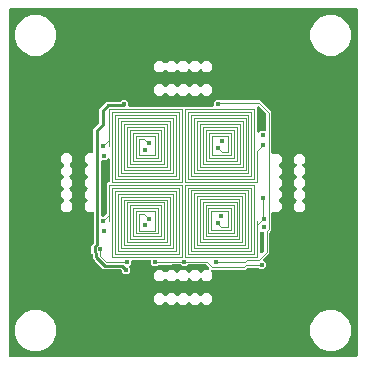
<source format=gbr>
G04 EAGLE Gerber X2 export*
%TF.Part,Single*%
%TF.FileFunction,Copper,L1,Top,Mixed*%
%TF.FilePolarity,Positive*%
%TF.GenerationSoftware,Autodesk,EAGLE,9.0.1*%
%TF.CreationDate,2018-12-20T16:05:16Z*%
G75*
%MOMM*%
%FSLAX34Y34*%
%LPD*%
%AMOC8*
5,1,8,0,0,1.08239X$1,22.5*%
G01*
%ADD10C,0.125000*%
%ADD11C,0.450000*%
%ADD12C,0.400000*%
%ADD13C,0.250000*%

G36*
X146589Y-147697D02*
X146589Y-147697D01*
X146714Y-147688D01*
X146745Y-147677D01*
X146777Y-147673D01*
X146894Y-147627D01*
X147013Y-147586D01*
X147040Y-147568D01*
X147070Y-147556D01*
X147171Y-147482D01*
X147277Y-147413D01*
X147298Y-147389D01*
X147324Y-147370D01*
X147404Y-147272D01*
X147488Y-147179D01*
X147503Y-147150D01*
X147524Y-147125D01*
X147577Y-147011D01*
X147635Y-146900D01*
X147639Y-146874D01*
X147656Y-146839D01*
X147712Y-146528D01*
X147709Y-146489D01*
X147713Y-146464D01*
X147713Y146464D01*
X147697Y146589D01*
X147688Y146714D01*
X147677Y146745D01*
X147673Y146777D01*
X147627Y146894D01*
X147586Y147013D01*
X147568Y147040D01*
X147556Y147070D01*
X147482Y147171D01*
X147413Y147277D01*
X147389Y147298D01*
X147370Y147324D01*
X147272Y147404D01*
X147179Y147488D01*
X147150Y147503D01*
X147125Y147524D01*
X147011Y147577D01*
X146900Y147635D01*
X146874Y147639D01*
X146839Y147656D01*
X146528Y147712D01*
X146489Y147709D01*
X146464Y147713D01*
X-146464Y147713D01*
X-146589Y147697D01*
X-146714Y147688D01*
X-146745Y147677D01*
X-146777Y147673D01*
X-146894Y147627D01*
X-147013Y147586D01*
X-147040Y147568D01*
X-147070Y147556D01*
X-147171Y147482D01*
X-147277Y147413D01*
X-147298Y147389D01*
X-147324Y147370D01*
X-147404Y147272D01*
X-147488Y147179D01*
X-147503Y147150D01*
X-147524Y147125D01*
X-147577Y147011D01*
X-147635Y146900D01*
X-147639Y146874D01*
X-147656Y146839D01*
X-147712Y146528D01*
X-147709Y146489D01*
X-147713Y146464D01*
X-147713Y-146464D01*
X-147697Y-146589D01*
X-147688Y-146714D01*
X-147677Y-146745D01*
X-147673Y-146777D01*
X-147627Y-146894D01*
X-147586Y-147013D01*
X-147568Y-147040D01*
X-147556Y-147070D01*
X-147482Y-147171D01*
X-147413Y-147277D01*
X-147389Y-147298D01*
X-147370Y-147324D01*
X-147272Y-147404D01*
X-147179Y-147488D01*
X-147150Y-147503D01*
X-147125Y-147524D01*
X-147011Y-147577D01*
X-146900Y-147635D01*
X-146874Y-147639D01*
X-146839Y-147656D01*
X-146528Y-147712D01*
X-146489Y-147709D01*
X-146464Y-147713D01*
X146464Y-147713D01*
X146589Y-147697D01*
G37*
%LPC*%
G36*
X-21983Y-83287D02*
X-21983Y-83287D01*
X-24787Y-80483D01*
X-24787Y-76517D01*
X-21983Y-73713D01*
X-18017Y-73713D01*
X-15883Y-75847D01*
X-15784Y-75924D01*
X-15688Y-76006D01*
X-15659Y-76021D01*
X-15634Y-76040D01*
X-15518Y-76090D01*
X-15405Y-76146D01*
X-15374Y-76152D01*
X-15344Y-76165D01*
X-15219Y-76184D01*
X-15096Y-76209D01*
X-15064Y-76208D01*
X-15032Y-76213D01*
X-14907Y-76200D01*
X-14781Y-76194D01*
X-14750Y-76184D01*
X-14718Y-76181D01*
X-14600Y-76137D01*
X-14480Y-76100D01*
X-14459Y-76085D01*
X-14422Y-76071D01*
X-14163Y-75891D01*
X-14138Y-75862D01*
X-14117Y-75847D01*
X-11983Y-73713D01*
X-8017Y-73713D01*
X-5883Y-75847D01*
X-5784Y-75924D01*
X-5688Y-76006D01*
X-5659Y-76021D01*
X-5634Y-76040D01*
X-5518Y-76090D01*
X-5405Y-76146D01*
X-5374Y-76152D01*
X-5344Y-76165D01*
X-5219Y-76184D01*
X-5096Y-76209D01*
X-5064Y-76208D01*
X-5032Y-76213D01*
X-4907Y-76200D01*
X-4781Y-76194D01*
X-4750Y-76184D01*
X-4718Y-76181D01*
X-4600Y-76137D01*
X-4480Y-76100D01*
X-4459Y-76085D01*
X-4422Y-76071D01*
X-4163Y-75891D01*
X-4138Y-75862D01*
X-4117Y-75847D01*
X-1983Y-73713D01*
X1983Y-73713D01*
X4117Y-75847D01*
X4216Y-75924D01*
X4312Y-76006D01*
X4341Y-76021D01*
X4366Y-76040D01*
X4482Y-76090D01*
X4595Y-76146D01*
X4626Y-76152D01*
X4656Y-76165D01*
X4781Y-76184D01*
X4904Y-76209D01*
X4936Y-76208D01*
X4968Y-76213D01*
X5093Y-76200D01*
X5219Y-76194D01*
X5250Y-76184D01*
X5282Y-76181D01*
X5400Y-76137D01*
X5520Y-76100D01*
X5541Y-76085D01*
X5578Y-76071D01*
X5837Y-75891D01*
X5862Y-75862D01*
X5883Y-75847D01*
X8017Y-73713D01*
X11983Y-73713D01*
X14117Y-75847D01*
X14216Y-75924D01*
X14312Y-76006D01*
X14341Y-76021D01*
X14366Y-76040D01*
X14482Y-76090D01*
X14595Y-76146D01*
X14626Y-76152D01*
X14656Y-76165D01*
X14781Y-76184D01*
X14904Y-76209D01*
X14936Y-76208D01*
X14968Y-76213D01*
X15093Y-76200D01*
X15219Y-76194D01*
X15250Y-76184D01*
X15282Y-76181D01*
X15400Y-76137D01*
X15520Y-76100D01*
X15541Y-76085D01*
X15578Y-76071D01*
X15837Y-75891D01*
X15862Y-75862D01*
X15883Y-75847D01*
X18017Y-73713D01*
X20791Y-73713D01*
X20931Y-73695D01*
X21073Y-73681D01*
X21088Y-73675D01*
X21104Y-73673D01*
X21236Y-73621D01*
X21369Y-73572D01*
X21382Y-73562D01*
X21397Y-73556D01*
X21512Y-73472D01*
X21628Y-73392D01*
X21638Y-73379D01*
X21651Y-73370D01*
X21741Y-73260D01*
X21834Y-73152D01*
X21841Y-73138D01*
X21851Y-73125D01*
X21910Y-72996D01*
X21973Y-72869D01*
X21976Y-72853D01*
X21983Y-72839D01*
X22008Y-72699D01*
X22037Y-72560D01*
X22036Y-72544D01*
X22039Y-72528D01*
X22028Y-72387D01*
X22021Y-72245D01*
X22016Y-72230D01*
X22015Y-72214D01*
X21969Y-72079D01*
X21927Y-71944D01*
X21919Y-71933D01*
X21913Y-71915D01*
X21740Y-71651D01*
X21696Y-71611D01*
X21674Y-71581D01*
X19487Y-69393D01*
X19400Y-69326D01*
X19319Y-69252D01*
X19276Y-69230D01*
X19238Y-69200D01*
X19136Y-69157D01*
X19039Y-69106D01*
X19002Y-69099D01*
X18948Y-69076D01*
X18636Y-69028D01*
X18617Y-69030D01*
X18604Y-69027D01*
X4243Y-69027D01*
X4134Y-69041D01*
X4024Y-69047D01*
X3977Y-69061D01*
X3930Y-69067D01*
X3827Y-69108D01*
X3723Y-69141D01*
X3692Y-69162D01*
X3637Y-69184D01*
X3382Y-69371D01*
X3370Y-69386D01*
X3359Y-69393D01*
X2350Y-70402D01*
X-550Y-70402D01*
X-1559Y-69393D01*
X-1646Y-69326D01*
X-1728Y-69252D01*
X-1770Y-69230D01*
X-1809Y-69200D01*
X-1910Y-69157D01*
X-2007Y-69106D01*
X-2044Y-69099D01*
X-2099Y-69076D01*
X-2410Y-69028D01*
X-2430Y-69030D01*
X-2443Y-69027D01*
X-8802Y-69027D01*
X-8911Y-69041D01*
X-9021Y-69047D01*
X-9067Y-69061D01*
X-9115Y-69067D01*
X-9217Y-69108D01*
X-9322Y-69141D01*
X-9353Y-69162D01*
X-9408Y-69184D01*
X-9611Y-69333D01*
X-20632Y-69333D01*
X-20741Y-69347D01*
X-20851Y-69352D01*
X-20898Y-69367D01*
X-20945Y-69373D01*
X-21048Y-69414D01*
X-21152Y-69446D01*
X-21183Y-69468D01*
X-21238Y-69490D01*
X-21493Y-69676D01*
X-21505Y-69691D01*
X-21516Y-69699D01*
X-22525Y-70708D01*
X-25425Y-70708D01*
X-27476Y-68657D01*
X-27476Y-66282D01*
X-27492Y-66157D01*
X-27501Y-66032D01*
X-27512Y-66001D01*
X-27516Y-65969D01*
X-27562Y-65852D01*
X-27603Y-65733D01*
X-27621Y-65706D01*
X-27633Y-65676D01*
X-27707Y-65575D01*
X-27776Y-65470D01*
X-27800Y-65448D01*
X-27819Y-65422D01*
X-27917Y-65342D01*
X-28010Y-65258D01*
X-28039Y-65243D01*
X-28064Y-65222D01*
X-28178Y-65170D01*
X-28289Y-65111D01*
X-28315Y-65107D01*
X-28350Y-65090D01*
X-28661Y-65035D01*
X-28700Y-65037D01*
X-28725Y-65033D01*
X-42550Y-65033D01*
X-42675Y-65049D01*
X-42800Y-65058D01*
X-42831Y-65069D01*
X-42863Y-65073D01*
X-42980Y-65119D01*
X-43099Y-65160D01*
X-43126Y-65178D01*
X-43156Y-65190D01*
X-43257Y-65264D01*
X-43363Y-65333D01*
X-43384Y-65357D01*
X-43410Y-65376D01*
X-43490Y-65474D01*
X-43574Y-65567D01*
X-43589Y-65596D01*
X-43610Y-65621D01*
X-43663Y-65735D01*
X-43721Y-65847D01*
X-43725Y-65872D01*
X-43742Y-65907D01*
X-43798Y-66218D01*
X-43795Y-66257D01*
X-43799Y-66282D01*
X-43799Y-68550D01*
X-45316Y-70067D01*
X-45393Y-70166D01*
X-45475Y-70262D01*
X-45489Y-70291D01*
X-45509Y-70316D01*
X-45559Y-70432D01*
X-45614Y-70545D01*
X-45621Y-70576D01*
X-45633Y-70606D01*
X-45653Y-70731D01*
X-45678Y-70854D01*
X-45676Y-70886D01*
X-45681Y-70918D01*
X-45669Y-71043D01*
X-45662Y-71169D01*
X-45653Y-71200D01*
X-45650Y-71232D01*
X-45606Y-71350D01*
X-45568Y-71470D01*
X-45554Y-71491D01*
X-45540Y-71528D01*
X-45360Y-71787D01*
X-45331Y-71812D01*
X-45316Y-71833D01*
X-44899Y-72250D01*
X-44899Y-75150D01*
X-46950Y-77201D01*
X-49850Y-77201D01*
X-51901Y-75150D01*
X-51901Y-74607D01*
X-51915Y-74498D01*
X-51920Y-74388D01*
X-51934Y-74342D01*
X-51941Y-74294D01*
X-51981Y-74192D01*
X-52014Y-74087D01*
X-52036Y-74056D01*
X-52058Y-74001D01*
X-52244Y-73746D01*
X-52259Y-73734D01*
X-52267Y-73723D01*
X-52699Y-73292D01*
X-52785Y-73225D01*
X-52867Y-73151D01*
X-52910Y-73128D01*
X-52948Y-73098D01*
X-53049Y-73055D01*
X-53146Y-73004D01*
X-53183Y-72997D01*
X-53238Y-72974D01*
X-53550Y-72926D01*
X-53569Y-72928D01*
X-53582Y-72926D01*
X-67637Y-72926D01*
X-74723Y-65840D01*
X-74724Y-65840D01*
X-76701Y-63862D01*
X-76701Y-60924D01*
X-76715Y-60815D01*
X-76720Y-60706D01*
X-76734Y-60659D01*
X-76741Y-60611D01*
X-76781Y-60509D01*
X-76814Y-60404D01*
X-76836Y-60374D01*
X-76858Y-60318D01*
X-77044Y-60064D01*
X-77059Y-60052D01*
X-77067Y-60041D01*
X-77801Y-59307D01*
X-77801Y-53093D01*
X-75681Y-50973D01*
X-75613Y-50886D01*
X-75540Y-50805D01*
X-75517Y-50762D01*
X-75487Y-50723D01*
X-75444Y-50622D01*
X-75393Y-50525D01*
X-75386Y-50488D01*
X-75363Y-50434D01*
X-75315Y-50122D01*
X-75317Y-50103D01*
X-75315Y-50090D01*
X-75315Y-25936D01*
X-75331Y-25811D01*
X-75340Y-25686D01*
X-75351Y-25655D01*
X-75355Y-25623D01*
X-75401Y-25506D01*
X-75442Y-25387D01*
X-75460Y-25360D01*
X-75472Y-25330D01*
X-75546Y-25229D01*
X-75615Y-25123D01*
X-75639Y-25102D01*
X-75658Y-25076D01*
X-75756Y-24996D01*
X-75849Y-24912D01*
X-75878Y-24897D01*
X-75903Y-24876D01*
X-76017Y-24823D01*
X-76128Y-24765D01*
X-76154Y-24761D01*
X-76189Y-24744D01*
X-76500Y-24688D01*
X-76539Y-24691D01*
X-76564Y-24687D01*
X-80583Y-24687D01*
X-83387Y-21883D01*
X-83387Y-17917D01*
X-81253Y-15783D01*
X-81176Y-15684D01*
X-81094Y-15588D01*
X-81079Y-15559D01*
X-81060Y-15534D01*
X-81010Y-15418D01*
X-80954Y-15305D01*
X-80948Y-15274D01*
X-80935Y-15244D01*
X-80916Y-15119D01*
X-80891Y-14996D01*
X-80892Y-14964D01*
X-80887Y-14932D01*
X-80900Y-14807D01*
X-80906Y-14681D01*
X-80916Y-14650D01*
X-80919Y-14618D01*
X-80963Y-14500D01*
X-81000Y-14380D01*
X-81015Y-14359D01*
X-81029Y-14322D01*
X-81209Y-14063D01*
X-81238Y-14038D01*
X-81253Y-14017D01*
X-83387Y-11883D01*
X-83387Y-7917D01*
X-81253Y-5783D01*
X-81176Y-5684D01*
X-81094Y-5588D01*
X-81079Y-5559D01*
X-81060Y-5534D01*
X-81010Y-5418D01*
X-80954Y-5305D01*
X-80948Y-5274D01*
X-80935Y-5244D01*
X-80916Y-5119D01*
X-80891Y-4996D01*
X-80892Y-4964D01*
X-80887Y-4932D01*
X-80900Y-4807D01*
X-80906Y-4681D01*
X-80916Y-4650D01*
X-80919Y-4618D01*
X-80963Y-4500D01*
X-81000Y-4380D01*
X-81015Y-4359D01*
X-81029Y-4322D01*
X-81209Y-4063D01*
X-81238Y-4038D01*
X-81253Y-4017D01*
X-83387Y-1883D01*
X-83387Y2083D01*
X-81253Y4217D01*
X-81176Y4316D01*
X-81094Y4412D01*
X-81079Y4441D01*
X-81060Y4466D01*
X-81010Y4582D01*
X-80954Y4695D01*
X-80948Y4726D01*
X-80935Y4756D01*
X-80916Y4881D01*
X-80891Y5004D01*
X-80892Y5036D01*
X-80887Y5068D01*
X-80900Y5193D01*
X-80906Y5319D01*
X-80916Y5350D01*
X-80919Y5382D01*
X-80963Y5500D01*
X-81000Y5620D01*
X-81015Y5641D01*
X-81029Y5678D01*
X-81209Y5937D01*
X-81238Y5962D01*
X-81253Y5983D01*
X-83387Y8117D01*
X-83387Y12083D01*
X-81253Y14217D01*
X-81176Y14316D01*
X-81094Y14412D01*
X-81079Y14441D01*
X-81060Y14466D01*
X-81010Y14582D01*
X-80954Y14695D01*
X-80948Y14726D01*
X-80935Y14756D01*
X-80916Y14881D01*
X-80891Y15004D01*
X-80892Y15036D01*
X-80887Y15068D01*
X-80900Y15193D01*
X-80906Y15319D01*
X-80916Y15350D01*
X-80919Y15382D01*
X-80963Y15500D01*
X-81000Y15620D01*
X-81015Y15641D01*
X-81029Y15678D01*
X-81209Y15937D01*
X-81238Y15962D01*
X-81253Y15983D01*
X-83387Y18117D01*
X-83387Y22083D01*
X-80583Y24887D01*
X-77200Y24887D01*
X-77075Y24903D01*
X-76950Y24912D01*
X-76919Y24923D01*
X-76887Y24927D01*
X-76770Y24973D01*
X-76651Y25014D01*
X-76624Y25032D01*
X-76594Y25044D01*
X-76493Y25118D01*
X-76387Y25187D01*
X-76366Y25211D01*
X-76340Y25230D01*
X-76260Y25328D01*
X-76176Y25421D01*
X-76161Y25450D01*
X-76140Y25475D01*
X-76087Y25589D01*
X-76029Y25700D01*
X-76025Y25726D01*
X-76008Y25761D01*
X-75952Y26072D01*
X-75955Y26111D01*
X-75951Y26136D01*
X-75951Y45425D01*
X-71302Y50074D01*
X-71235Y50160D01*
X-71161Y50242D01*
X-71139Y50285D01*
X-71109Y50323D01*
X-71066Y50424D01*
X-71015Y50521D01*
X-71008Y50558D01*
X-70985Y50613D01*
X-70937Y50925D01*
X-70939Y50944D01*
X-70936Y50957D01*
X-70936Y62328D01*
X-64995Y68269D01*
X-53700Y68269D01*
X-53591Y68282D01*
X-53481Y68288D01*
X-53435Y68302D01*
X-53387Y68308D01*
X-53285Y68349D01*
X-53180Y68382D01*
X-53149Y68403D01*
X-53094Y68425D01*
X-52839Y68612D01*
X-52827Y68627D01*
X-52816Y68635D01*
X-51450Y70001D01*
X-48550Y70001D01*
X-46499Y67950D01*
X-46499Y65518D01*
X-46483Y65393D01*
X-46474Y65267D01*
X-46463Y65237D01*
X-46459Y65205D01*
X-46413Y65088D01*
X-46372Y64969D01*
X-46354Y64942D01*
X-46342Y64912D01*
X-46268Y64810D01*
X-46199Y64705D01*
X-46175Y64683D01*
X-46156Y64657D01*
X-46058Y64578D01*
X-45965Y64493D01*
X-45936Y64478D01*
X-45911Y64458D01*
X-45797Y64405D01*
X-45686Y64347D01*
X-45660Y64342D01*
X-45625Y64326D01*
X-45314Y64270D01*
X-45275Y64273D01*
X-45250Y64269D01*
X46Y64269D01*
X155Y64282D01*
X264Y64288D01*
X311Y64302D01*
X359Y64308D01*
X420Y64333D01*
X24450Y64333D01*
X24575Y64349D01*
X24700Y64358D01*
X24731Y64369D01*
X24763Y64373D01*
X24880Y64419D01*
X24999Y64460D01*
X25026Y64478D01*
X25056Y64490D01*
X25157Y64564D01*
X25263Y64633D01*
X25284Y64657D01*
X25310Y64676D01*
X25390Y64774D01*
X25474Y64867D01*
X25489Y64896D01*
X25510Y64921D01*
X25563Y65035D01*
X25621Y65147D01*
X25625Y65172D01*
X25642Y65207D01*
X25698Y65518D01*
X25695Y65557D01*
X25699Y65582D01*
X25699Y68150D01*
X27750Y70201D01*
X30650Y70201D01*
X30684Y70167D01*
X30771Y70099D01*
X30853Y70026D01*
X30895Y70003D01*
X30934Y69973D01*
X31035Y69930D01*
X31132Y69879D01*
X31169Y69872D01*
X31224Y69849D01*
X31535Y69801D01*
X31555Y69803D01*
X31568Y69801D01*
X65006Y69801D01*
X66617Y68190D01*
X74661Y60146D01*
X74661Y25946D01*
X74679Y25805D01*
X74693Y25664D01*
X74699Y25649D01*
X74701Y25633D01*
X74753Y25501D01*
X74802Y25368D01*
X74812Y25355D01*
X74818Y25340D01*
X74902Y25225D01*
X74983Y25109D01*
X74995Y25099D01*
X75004Y25086D01*
X75115Y24996D01*
X75222Y24904D01*
X75236Y24896D01*
X75249Y24886D01*
X75378Y24827D01*
X75505Y24764D01*
X75521Y24761D01*
X75535Y24754D01*
X75675Y24729D01*
X75814Y24701D01*
X75830Y24701D01*
X75846Y24699D01*
X75987Y24709D01*
X76129Y24716D01*
X76144Y24721D01*
X76160Y24722D01*
X76295Y24768D01*
X76355Y24787D01*
X80483Y24787D01*
X83287Y21983D01*
X83287Y18017D01*
X81153Y15883D01*
X81076Y15784D01*
X80994Y15688D01*
X80979Y15659D01*
X80960Y15634D01*
X80910Y15518D01*
X80854Y15405D01*
X80848Y15374D01*
X80835Y15344D01*
X80816Y15219D01*
X80791Y15096D01*
X80792Y15064D01*
X80787Y15032D01*
X80800Y14907D01*
X80806Y14781D01*
X80816Y14750D01*
X80819Y14718D01*
X80863Y14600D01*
X80900Y14480D01*
X80915Y14459D01*
X80929Y14422D01*
X81109Y14163D01*
X81138Y14138D01*
X81153Y14117D01*
X83287Y11983D01*
X83287Y8017D01*
X81153Y5883D01*
X81076Y5784D01*
X80994Y5688D01*
X80979Y5659D01*
X80960Y5634D01*
X80910Y5518D01*
X80854Y5405D01*
X80848Y5374D01*
X80835Y5344D01*
X80816Y5219D01*
X80791Y5096D01*
X80792Y5064D01*
X80787Y5032D01*
X80800Y4907D01*
X80806Y4781D01*
X80816Y4750D01*
X80819Y4718D01*
X80863Y4600D01*
X80900Y4480D01*
X80915Y4459D01*
X80929Y4422D01*
X81109Y4163D01*
X81138Y4138D01*
X81153Y4117D01*
X83287Y1983D01*
X83287Y-1983D01*
X81153Y-4117D01*
X81076Y-4216D01*
X80994Y-4312D01*
X80979Y-4341D01*
X80960Y-4366D01*
X80910Y-4482D01*
X80854Y-4595D01*
X80848Y-4626D01*
X80835Y-4656D01*
X80816Y-4781D01*
X80791Y-4904D01*
X80792Y-4936D01*
X80787Y-4968D01*
X80800Y-5093D01*
X80806Y-5219D01*
X80816Y-5250D01*
X80819Y-5282D01*
X80863Y-5400D01*
X80900Y-5520D01*
X80915Y-5541D01*
X80929Y-5578D01*
X81109Y-5837D01*
X81138Y-5862D01*
X81153Y-5883D01*
X83287Y-8017D01*
X83287Y-11983D01*
X81153Y-14117D01*
X81076Y-14216D01*
X80994Y-14312D01*
X80979Y-14341D01*
X80960Y-14366D01*
X80910Y-14482D01*
X80854Y-14595D01*
X80848Y-14626D01*
X80835Y-14656D01*
X80816Y-14781D01*
X80791Y-14904D01*
X80792Y-14936D01*
X80787Y-14968D01*
X80800Y-15093D01*
X80806Y-15219D01*
X80816Y-15250D01*
X80819Y-15282D01*
X80863Y-15400D01*
X80900Y-15520D01*
X80915Y-15541D01*
X80929Y-15578D01*
X81109Y-15837D01*
X81138Y-15862D01*
X81153Y-15883D01*
X83287Y-18017D01*
X83287Y-21983D01*
X80483Y-24787D01*
X76355Y-24787D01*
X76285Y-24754D01*
X76269Y-24752D01*
X76254Y-24745D01*
X76113Y-24724D01*
X75974Y-24699D01*
X75958Y-24700D01*
X75942Y-24697D01*
X75801Y-24712D01*
X75660Y-24722D01*
X75644Y-24727D01*
X75628Y-24729D01*
X75496Y-24778D01*
X75361Y-24824D01*
X75347Y-24833D01*
X75332Y-24838D01*
X75216Y-24919D01*
X75097Y-24997D01*
X75087Y-25009D01*
X75073Y-25018D01*
X74981Y-25126D01*
X74886Y-25231D01*
X74878Y-25245D01*
X74868Y-25258D01*
X74805Y-25385D01*
X74739Y-25511D01*
X74737Y-25524D01*
X74728Y-25541D01*
X74664Y-25850D01*
X74667Y-25909D01*
X74661Y-25946D01*
X74661Y-40183D01*
X73437Y-41407D01*
X73369Y-41494D01*
X73296Y-41575D01*
X73273Y-41618D01*
X73243Y-41656D01*
X73200Y-41757D01*
X73149Y-41855D01*
X73142Y-41892D01*
X73119Y-41946D01*
X73071Y-42258D01*
X73073Y-42277D01*
X73071Y-42290D01*
X73071Y-59226D01*
X71460Y-60837D01*
X67807Y-64489D01*
X67730Y-64589D01*
X67648Y-64684D01*
X67633Y-64713D01*
X67614Y-64739D01*
X67564Y-64855D01*
X67508Y-64967D01*
X67502Y-64999D01*
X67489Y-65029D01*
X67470Y-65153D01*
X67445Y-65276D01*
X67446Y-65309D01*
X67441Y-65341D01*
X67454Y-65466D01*
X67460Y-65592D01*
X67470Y-65622D01*
X67473Y-65654D01*
X67517Y-65773D01*
X67554Y-65893D01*
X67569Y-65914D01*
X67583Y-65950D01*
X67763Y-66209D01*
X67792Y-66235D01*
X67807Y-66256D01*
X69801Y-68250D01*
X69801Y-71150D01*
X67750Y-73201D01*
X64850Y-73201D01*
X63841Y-72192D01*
X63754Y-72124D01*
X63672Y-72051D01*
X63630Y-72028D01*
X63591Y-71998D01*
X63490Y-71955D01*
X63393Y-71904D01*
X63356Y-71897D01*
X63301Y-71874D01*
X62990Y-71826D01*
X62970Y-71828D01*
X62957Y-71826D01*
X54976Y-71826D01*
X54867Y-71840D01*
X54758Y-71845D01*
X54711Y-71859D01*
X54663Y-71866D01*
X54561Y-71906D01*
X54456Y-71939D01*
X54426Y-71961D01*
X54370Y-71983D01*
X54116Y-72169D01*
X54104Y-72184D01*
X54093Y-72192D01*
X52659Y-73626D01*
X24911Y-73626D01*
X24771Y-73644D01*
X24629Y-73658D01*
X24614Y-73664D01*
X24598Y-73666D01*
X24467Y-73718D01*
X24333Y-73767D01*
X24320Y-73777D01*
X24305Y-73783D01*
X24191Y-73866D01*
X24074Y-73947D01*
X24064Y-73960D01*
X24051Y-73969D01*
X23961Y-74079D01*
X23869Y-74187D01*
X23861Y-74201D01*
X23851Y-74214D01*
X23792Y-74343D01*
X23729Y-74470D01*
X23726Y-74486D01*
X23719Y-74500D01*
X23694Y-74640D01*
X23666Y-74779D01*
X23666Y-74795D01*
X23664Y-74811D01*
X23674Y-74952D01*
X23681Y-75094D01*
X23686Y-75109D01*
X23687Y-75125D01*
X23733Y-75260D01*
X23775Y-75395D01*
X23783Y-75406D01*
X23789Y-75424D01*
X23962Y-75688D01*
X24006Y-75728D01*
X24028Y-75758D01*
X24787Y-76517D01*
X24787Y-80483D01*
X21983Y-83287D01*
X18017Y-83287D01*
X15883Y-81153D01*
X15784Y-81076D01*
X15688Y-80994D01*
X15659Y-80979D01*
X15634Y-80960D01*
X15518Y-80910D01*
X15405Y-80854D01*
X15374Y-80848D01*
X15344Y-80835D01*
X15219Y-80816D01*
X15096Y-80791D01*
X15064Y-80792D01*
X15032Y-80787D01*
X14907Y-80800D01*
X14781Y-80806D01*
X14750Y-80816D01*
X14718Y-80819D01*
X14600Y-80863D01*
X14480Y-80900D01*
X14459Y-80915D01*
X14422Y-80929D01*
X14163Y-81109D01*
X14138Y-81138D01*
X14117Y-81153D01*
X11983Y-83287D01*
X8017Y-83287D01*
X5883Y-81153D01*
X5784Y-81076D01*
X5688Y-80994D01*
X5659Y-80979D01*
X5634Y-80960D01*
X5518Y-80910D01*
X5405Y-80854D01*
X5374Y-80848D01*
X5344Y-80835D01*
X5219Y-80816D01*
X5096Y-80791D01*
X5064Y-80792D01*
X5032Y-80787D01*
X4907Y-80800D01*
X4781Y-80806D01*
X4750Y-80816D01*
X4718Y-80819D01*
X4600Y-80863D01*
X4480Y-80900D01*
X4459Y-80915D01*
X4422Y-80929D01*
X4163Y-81109D01*
X4138Y-81138D01*
X4117Y-81153D01*
X1983Y-83287D01*
X-1983Y-83287D01*
X-4117Y-81153D01*
X-4216Y-81076D01*
X-4312Y-80994D01*
X-4341Y-80979D01*
X-4366Y-80960D01*
X-4482Y-80910D01*
X-4595Y-80854D01*
X-4626Y-80848D01*
X-4656Y-80835D01*
X-4781Y-80816D01*
X-4904Y-80791D01*
X-4936Y-80792D01*
X-4968Y-80787D01*
X-5093Y-80800D01*
X-5219Y-80806D01*
X-5250Y-80816D01*
X-5282Y-80819D01*
X-5400Y-80863D01*
X-5520Y-80900D01*
X-5541Y-80915D01*
X-5578Y-80929D01*
X-5837Y-81109D01*
X-5862Y-81138D01*
X-5883Y-81153D01*
X-8017Y-83287D01*
X-11983Y-83287D01*
X-14117Y-81153D01*
X-14216Y-81076D01*
X-14312Y-80994D01*
X-14341Y-80979D01*
X-14366Y-80960D01*
X-14482Y-80910D01*
X-14595Y-80854D01*
X-14626Y-80848D01*
X-14656Y-80835D01*
X-14781Y-80816D01*
X-14904Y-80791D01*
X-14936Y-80792D01*
X-14968Y-80787D01*
X-15093Y-80800D01*
X-15219Y-80806D01*
X-15250Y-80816D01*
X-15282Y-80819D01*
X-15400Y-80863D01*
X-15520Y-80900D01*
X-15541Y-80915D01*
X-15578Y-80929D01*
X-15837Y-81109D01*
X-15862Y-81138D01*
X-15883Y-81153D01*
X-18017Y-83287D01*
X-21983Y-83287D01*
G37*
%LPD*%
%LPC*%
G36*
X121561Y107713D02*
X121561Y107713D01*
X115208Y110345D01*
X110345Y115208D01*
X107713Y121561D01*
X107713Y128439D01*
X110345Y134792D01*
X115208Y139655D01*
X121561Y142287D01*
X128439Y142287D01*
X134792Y139655D01*
X139655Y134792D01*
X142287Y128439D01*
X142287Y121561D01*
X139655Y115208D01*
X134792Y110345D01*
X128439Y107713D01*
X121561Y107713D01*
G37*
%LPD*%
%LPC*%
G36*
X-128439Y107713D02*
X-128439Y107713D01*
X-134792Y110345D01*
X-139655Y115208D01*
X-142287Y121561D01*
X-142287Y128439D01*
X-139655Y134792D01*
X-134792Y139655D01*
X-128439Y142287D01*
X-121561Y142287D01*
X-115208Y139655D01*
X-110345Y134792D01*
X-107713Y128439D01*
X-107713Y121561D01*
X-110345Y115208D01*
X-115208Y110345D01*
X-121561Y107713D01*
X-128439Y107713D01*
G37*
%LPD*%
%LPC*%
G36*
X121561Y-142287D02*
X121561Y-142287D01*
X115208Y-139655D01*
X110345Y-134792D01*
X107713Y-128439D01*
X107713Y-121561D01*
X110345Y-115208D01*
X115208Y-110345D01*
X121561Y-107713D01*
X128439Y-107713D01*
X134792Y-110345D01*
X139655Y-115208D01*
X142287Y-121561D01*
X142287Y-128439D01*
X139655Y-134792D01*
X134792Y-139655D01*
X128439Y-142287D01*
X121561Y-142287D01*
G37*
%LPD*%
%LPC*%
G36*
X-128439Y-142287D02*
X-128439Y-142287D01*
X-134792Y-139655D01*
X-139655Y-134792D01*
X-142287Y-128439D01*
X-142287Y-121561D01*
X-139655Y-115208D01*
X-134792Y-110345D01*
X-128439Y-107713D01*
X-121561Y-107713D01*
X-115208Y-110345D01*
X-110345Y-115208D01*
X-107713Y-121561D01*
X-107713Y-128439D01*
X-110345Y-134792D01*
X-115208Y-139655D01*
X-121561Y-142287D01*
X-128439Y-142287D01*
G37*
%LPD*%
%LPC*%
G36*
X96517Y-24787D02*
X96517Y-24787D01*
X93713Y-21983D01*
X93713Y-18017D01*
X95847Y-15883D01*
X95924Y-15784D01*
X96006Y-15688D01*
X96021Y-15659D01*
X96040Y-15634D01*
X96090Y-15518D01*
X96146Y-15405D01*
X96152Y-15374D01*
X96165Y-15344D01*
X96184Y-15219D01*
X96209Y-15096D01*
X96208Y-15064D01*
X96213Y-15032D01*
X96200Y-14907D01*
X96194Y-14781D01*
X96184Y-14750D01*
X96181Y-14718D01*
X96137Y-14600D01*
X96100Y-14480D01*
X96085Y-14459D01*
X96071Y-14422D01*
X95891Y-14163D01*
X95862Y-14138D01*
X95847Y-14117D01*
X93713Y-11983D01*
X93713Y-8017D01*
X95847Y-5883D01*
X95924Y-5784D01*
X96006Y-5688D01*
X96021Y-5659D01*
X96040Y-5634D01*
X96090Y-5518D01*
X96146Y-5405D01*
X96152Y-5374D01*
X96165Y-5344D01*
X96184Y-5219D01*
X96209Y-5096D01*
X96208Y-5064D01*
X96213Y-5032D01*
X96200Y-4907D01*
X96194Y-4781D01*
X96184Y-4750D01*
X96181Y-4718D01*
X96137Y-4600D01*
X96100Y-4480D01*
X96085Y-4459D01*
X96071Y-4422D01*
X95891Y-4163D01*
X95862Y-4138D01*
X95847Y-4117D01*
X93713Y-1983D01*
X93713Y1983D01*
X95847Y4117D01*
X95924Y4216D01*
X96006Y4312D01*
X96021Y4341D01*
X96040Y4366D01*
X96090Y4482D01*
X96146Y4595D01*
X96152Y4626D01*
X96165Y4656D01*
X96184Y4781D01*
X96209Y4904D01*
X96208Y4936D01*
X96213Y4968D01*
X96200Y5093D01*
X96194Y5219D01*
X96184Y5250D01*
X96181Y5282D01*
X96137Y5400D01*
X96100Y5520D01*
X96085Y5541D01*
X96071Y5578D01*
X95891Y5837D01*
X95862Y5862D01*
X95847Y5883D01*
X93713Y8017D01*
X93713Y11983D01*
X95847Y14117D01*
X95924Y14216D01*
X96006Y14312D01*
X96021Y14341D01*
X96040Y14366D01*
X96090Y14482D01*
X96146Y14595D01*
X96152Y14626D01*
X96165Y14656D01*
X96184Y14781D01*
X96209Y14904D01*
X96208Y14936D01*
X96213Y14968D01*
X96200Y15093D01*
X96194Y15219D01*
X96184Y15250D01*
X96181Y15282D01*
X96137Y15400D01*
X96100Y15520D01*
X96085Y15541D01*
X96071Y15578D01*
X95891Y15837D01*
X95862Y15862D01*
X95847Y15883D01*
X93713Y18017D01*
X93713Y21983D01*
X96517Y24787D01*
X100483Y24787D01*
X103287Y21983D01*
X103287Y18017D01*
X101153Y15883D01*
X101076Y15784D01*
X100994Y15688D01*
X100979Y15659D01*
X100960Y15634D01*
X100910Y15518D01*
X100854Y15405D01*
X100848Y15374D01*
X100835Y15344D01*
X100816Y15219D01*
X100791Y15096D01*
X100792Y15064D01*
X100787Y15032D01*
X100800Y14907D01*
X100806Y14781D01*
X100816Y14750D01*
X100819Y14718D01*
X100863Y14600D01*
X100900Y14480D01*
X100915Y14459D01*
X100929Y14422D01*
X101109Y14163D01*
X101138Y14138D01*
X101153Y14117D01*
X103287Y11983D01*
X103287Y8017D01*
X101153Y5883D01*
X101076Y5784D01*
X100994Y5688D01*
X100979Y5659D01*
X100960Y5634D01*
X100910Y5518D01*
X100854Y5405D01*
X100848Y5374D01*
X100835Y5344D01*
X100816Y5219D01*
X100791Y5096D01*
X100792Y5064D01*
X100787Y5032D01*
X100800Y4907D01*
X100806Y4781D01*
X100816Y4750D01*
X100819Y4718D01*
X100863Y4600D01*
X100900Y4480D01*
X100915Y4459D01*
X100929Y4422D01*
X101109Y4163D01*
X101138Y4138D01*
X101153Y4117D01*
X103287Y1983D01*
X103287Y-1983D01*
X101153Y-4117D01*
X101076Y-4216D01*
X100994Y-4312D01*
X100979Y-4341D01*
X100960Y-4366D01*
X100910Y-4482D01*
X100854Y-4595D01*
X100848Y-4626D01*
X100835Y-4656D01*
X100816Y-4781D01*
X100791Y-4904D01*
X100792Y-4936D01*
X100787Y-4968D01*
X100800Y-5093D01*
X100806Y-5219D01*
X100816Y-5250D01*
X100819Y-5282D01*
X100863Y-5400D01*
X100900Y-5520D01*
X100915Y-5541D01*
X100929Y-5578D01*
X101109Y-5837D01*
X101138Y-5862D01*
X101153Y-5883D01*
X103287Y-8017D01*
X103287Y-11983D01*
X101153Y-14117D01*
X101076Y-14216D01*
X100994Y-14312D01*
X100979Y-14341D01*
X100960Y-14366D01*
X100910Y-14482D01*
X100854Y-14595D01*
X100848Y-14626D01*
X100835Y-14656D01*
X100816Y-14781D01*
X100791Y-14904D01*
X100792Y-14936D01*
X100787Y-14968D01*
X100800Y-15093D01*
X100806Y-15219D01*
X100816Y-15250D01*
X100819Y-15282D01*
X100863Y-15400D01*
X100900Y-15520D01*
X100915Y-15541D01*
X100929Y-15578D01*
X101109Y-15837D01*
X101138Y-15862D01*
X101153Y-15883D01*
X103287Y-18017D01*
X103287Y-21983D01*
X100483Y-24787D01*
X96517Y-24787D01*
G37*
%LPD*%
%LPC*%
G36*
X-21983Y93713D02*
X-21983Y93713D01*
X-24787Y96517D01*
X-24787Y100483D01*
X-21983Y103287D01*
X-18017Y103287D01*
X-15883Y101153D01*
X-15784Y101076D01*
X-15688Y100994D01*
X-15659Y100979D01*
X-15634Y100960D01*
X-15518Y100910D01*
X-15405Y100854D01*
X-15374Y100848D01*
X-15344Y100835D01*
X-15219Y100816D01*
X-15096Y100791D01*
X-15064Y100792D01*
X-15032Y100787D01*
X-14907Y100800D01*
X-14781Y100806D01*
X-14750Y100816D01*
X-14718Y100819D01*
X-14600Y100863D01*
X-14480Y100900D01*
X-14459Y100915D01*
X-14422Y100929D01*
X-14163Y101109D01*
X-14138Y101138D01*
X-14117Y101153D01*
X-11983Y103287D01*
X-8017Y103287D01*
X-5883Y101153D01*
X-5784Y101076D01*
X-5688Y100994D01*
X-5659Y100979D01*
X-5634Y100960D01*
X-5518Y100910D01*
X-5405Y100854D01*
X-5374Y100848D01*
X-5344Y100835D01*
X-5219Y100816D01*
X-5096Y100791D01*
X-5064Y100792D01*
X-5032Y100787D01*
X-4907Y100800D01*
X-4781Y100806D01*
X-4750Y100816D01*
X-4718Y100819D01*
X-4600Y100863D01*
X-4480Y100900D01*
X-4459Y100915D01*
X-4422Y100929D01*
X-4163Y101109D01*
X-4138Y101138D01*
X-4117Y101153D01*
X-1983Y103287D01*
X1983Y103287D01*
X4117Y101153D01*
X4216Y101076D01*
X4312Y100994D01*
X4341Y100979D01*
X4366Y100960D01*
X4482Y100910D01*
X4595Y100854D01*
X4626Y100848D01*
X4656Y100835D01*
X4781Y100816D01*
X4904Y100791D01*
X4936Y100792D01*
X4968Y100787D01*
X5093Y100800D01*
X5219Y100806D01*
X5250Y100816D01*
X5282Y100819D01*
X5400Y100863D01*
X5520Y100900D01*
X5541Y100915D01*
X5578Y100929D01*
X5837Y101109D01*
X5862Y101138D01*
X5883Y101153D01*
X8017Y103287D01*
X11983Y103287D01*
X14117Y101153D01*
X14216Y101076D01*
X14312Y100994D01*
X14341Y100979D01*
X14366Y100960D01*
X14482Y100910D01*
X14595Y100854D01*
X14626Y100848D01*
X14656Y100835D01*
X14781Y100816D01*
X14904Y100791D01*
X14936Y100792D01*
X14968Y100787D01*
X15093Y100800D01*
X15219Y100806D01*
X15250Y100816D01*
X15282Y100819D01*
X15400Y100863D01*
X15520Y100900D01*
X15541Y100915D01*
X15578Y100929D01*
X15837Y101109D01*
X15862Y101138D01*
X15883Y101153D01*
X18017Y103287D01*
X21983Y103287D01*
X24787Y100483D01*
X24787Y96517D01*
X21983Y93713D01*
X18017Y93713D01*
X15883Y95847D01*
X15784Y95924D01*
X15688Y96006D01*
X15659Y96021D01*
X15634Y96040D01*
X15518Y96090D01*
X15405Y96146D01*
X15374Y96152D01*
X15344Y96165D01*
X15219Y96184D01*
X15096Y96209D01*
X15064Y96208D01*
X15032Y96213D01*
X14907Y96200D01*
X14781Y96194D01*
X14750Y96184D01*
X14718Y96181D01*
X14600Y96137D01*
X14480Y96100D01*
X14459Y96085D01*
X14422Y96071D01*
X14163Y95891D01*
X14138Y95862D01*
X14117Y95847D01*
X11983Y93713D01*
X8017Y93713D01*
X5883Y95847D01*
X5784Y95924D01*
X5688Y96006D01*
X5659Y96021D01*
X5634Y96040D01*
X5518Y96090D01*
X5405Y96146D01*
X5374Y96152D01*
X5344Y96165D01*
X5219Y96184D01*
X5096Y96209D01*
X5064Y96208D01*
X5032Y96213D01*
X4907Y96200D01*
X4781Y96194D01*
X4750Y96184D01*
X4718Y96181D01*
X4600Y96137D01*
X4480Y96100D01*
X4459Y96085D01*
X4422Y96071D01*
X4163Y95891D01*
X4138Y95862D01*
X4117Y95847D01*
X1983Y93713D01*
X-1983Y93713D01*
X-4117Y95847D01*
X-4216Y95924D01*
X-4312Y96006D01*
X-4341Y96021D01*
X-4366Y96040D01*
X-4482Y96090D01*
X-4595Y96146D01*
X-4626Y96152D01*
X-4656Y96165D01*
X-4781Y96184D01*
X-4904Y96209D01*
X-4936Y96208D01*
X-4968Y96213D01*
X-5093Y96200D01*
X-5219Y96194D01*
X-5250Y96184D01*
X-5282Y96181D01*
X-5400Y96137D01*
X-5520Y96100D01*
X-5541Y96085D01*
X-5578Y96071D01*
X-5837Y95891D01*
X-5862Y95862D01*
X-5883Y95847D01*
X-8017Y93713D01*
X-11983Y93713D01*
X-14117Y95847D01*
X-14216Y95924D01*
X-14312Y96006D01*
X-14341Y96021D01*
X-14366Y96040D01*
X-14482Y96090D01*
X-14595Y96146D01*
X-14626Y96152D01*
X-14656Y96165D01*
X-14781Y96184D01*
X-14904Y96209D01*
X-14936Y96208D01*
X-14968Y96213D01*
X-15093Y96200D01*
X-15219Y96194D01*
X-15250Y96184D01*
X-15282Y96181D01*
X-15400Y96137D01*
X-15520Y96100D01*
X-15541Y96085D01*
X-15578Y96071D01*
X-15837Y95891D01*
X-15862Y95862D01*
X-15883Y95847D01*
X-18017Y93713D01*
X-21983Y93713D01*
G37*
%LPD*%
%LPC*%
G36*
X-21983Y73713D02*
X-21983Y73713D01*
X-24787Y76517D01*
X-24787Y80483D01*
X-21983Y83287D01*
X-18017Y83287D01*
X-15883Y81153D01*
X-15784Y81076D01*
X-15688Y80994D01*
X-15659Y80979D01*
X-15634Y80960D01*
X-15518Y80910D01*
X-15405Y80854D01*
X-15374Y80848D01*
X-15344Y80835D01*
X-15219Y80816D01*
X-15096Y80791D01*
X-15064Y80792D01*
X-15032Y80787D01*
X-14907Y80800D01*
X-14781Y80806D01*
X-14750Y80816D01*
X-14718Y80819D01*
X-14600Y80863D01*
X-14480Y80900D01*
X-14459Y80915D01*
X-14422Y80929D01*
X-14163Y81109D01*
X-14138Y81138D01*
X-14117Y81153D01*
X-11983Y83287D01*
X-8017Y83287D01*
X-5883Y81153D01*
X-5784Y81076D01*
X-5688Y80994D01*
X-5659Y80979D01*
X-5634Y80960D01*
X-5518Y80910D01*
X-5405Y80854D01*
X-5374Y80848D01*
X-5344Y80835D01*
X-5219Y80816D01*
X-5096Y80791D01*
X-5064Y80792D01*
X-5032Y80787D01*
X-4907Y80800D01*
X-4781Y80806D01*
X-4750Y80816D01*
X-4718Y80819D01*
X-4600Y80863D01*
X-4480Y80900D01*
X-4459Y80915D01*
X-4422Y80929D01*
X-4163Y81109D01*
X-4138Y81138D01*
X-4117Y81153D01*
X-1983Y83287D01*
X1983Y83287D01*
X4117Y81153D01*
X4216Y81076D01*
X4312Y80994D01*
X4341Y80979D01*
X4366Y80960D01*
X4482Y80910D01*
X4595Y80854D01*
X4626Y80848D01*
X4656Y80835D01*
X4781Y80816D01*
X4904Y80791D01*
X4936Y80792D01*
X4968Y80787D01*
X5093Y80800D01*
X5219Y80806D01*
X5250Y80816D01*
X5282Y80819D01*
X5400Y80863D01*
X5520Y80900D01*
X5541Y80915D01*
X5578Y80929D01*
X5837Y81109D01*
X5862Y81138D01*
X5883Y81153D01*
X8017Y83287D01*
X11983Y83287D01*
X14117Y81153D01*
X14216Y81076D01*
X14312Y80994D01*
X14341Y80979D01*
X14366Y80960D01*
X14482Y80910D01*
X14595Y80854D01*
X14626Y80848D01*
X14656Y80835D01*
X14781Y80816D01*
X14904Y80791D01*
X14936Y80792D01*
X14968Y80787D01*
X15093Y80800D01*
X15219Y80806D01*
X15250Y80816D01*
X15282Y80819D01*
X15400Y80863D01*
X15520Y80900D01*
X15541Y80915D01*
X15578Y80929D01*
X15837Y81109D01*
X15862Y81138D01*
X15883Y81153D01*
X18017Y83287D01*
X21983Y83287D01*
X24787Y80483D01*
X24787Y76517D01*
X21983Y73713D01*
X18017Y73713D01*
X15883Y75847D01*
X15784Y75924D01*
X15688Y76006D01*
X15659Y76021D01*
X15634Y76040D01*
X15518Y76090D01*
X15405Y76146D01*
X15374Y76152D01*
X15344Y76165D01*
X15219Y76184D01*
X15096Y76209D01*
X15064Y76208D01*
X15032Y76213D01*
X14907Y76200D01*
X14781Y76194D01*
X14750Y76184D01*
X14718Y76181D01*
X14600Y76137D01*
X14480Y76100D01*
X14459Y76085D01*
X14422Y76071D01*
X14163Y75891D01*
X14138Y75862D01*
X14117Y75847D01*
X11983Y73713D01*
X8017Y73713D01*
X5883Y75847D01*
X5784Y75924D01*
X5688Y76006D01*
X5659Y76021D01*
X5634Y76040D01*
X5518Y76090D01*
X5405Y76146D01*
X5374Y76152D01*
X5344Y76165D01*
X5219Y76184D01*
X5096Y76209D01*
X5064Y76208D01*
X5032Y76213D01*
X4907Y76200D01*
X4781Y76194D01*
X4750Y76184D01*
X4718Y76181D01*
X4600Y76137D01*
X4480Y76100D01*
X4459Y76085D01*
X4422Y76071D01*
X4163Y75891D01*
X4138Y75862D01*
X4117Y75847D01*
X1983Y73713D01*
X-1983Y73713D01*
X-4117Y75847D01*
X-4216Y75924D01*
X-4312Y76006D01*
X-4341Y76021D01*
X-4366Y76040D01*
X-4482Y76090D01*
X-4595Y76146D01*
X-4626Y76152D01*
X-4656Y76165D01*
X-4781Y76184D01*
X-4904Y76209D01*
X-4936Y76208D01*
X-4968Y76213D01*
X-5093Y76200D01*
X-5219Y76194D01*
X-5250Y76184D01*
X-5282Y76181D01*
X-5400Y76137D01*
X-5520Y76100D01*
X-5541Y76085D01*
X-5578Y76071D01*
X-5837Y75891D01*
X-5862Y75862D01*
X-5883Y75847D01*
X-8017Y73713D01*
X-11983Y73713D01*
X-14117Y75847D01*
X-14216Y75924D01*
X-14312Y76006D01*
X-14341Y76021D01*
X-14366Y76040D01*
X-14482Y76090D01*
X-14595Y76146D01*
X-14626Y76152D01*
X-14656Y76165D01*
X-14781Y76184D01*
X-14904Y76209D01*
X-14936Y76208D01*
X-14968Y76213D01*
X-15093Y76200D01*
X-15219Y76194D01*
X-15250Y76184D01*
X-15282Y76181D01*
X-15400Y76137D01*
X-15520Y76100D01*
X-15541Y76085D01*
X-15578Y76071D01*
X-15837Y75891D01*
X-15862Y75862D01*
X-15883Y75847D01*
X-18017Y73713D01*
X-21983Y73713D01*
G37*
%LPD*%
%LPC*%
G36*
X-100583Y-24687D02*
X-100583Y-24687D01*
X-103387Y-21883D01*
X-103387Y-17917D01*
X-101253Y-15783D01*
X-101176Y-15684D01*
X-101094Y-15588D01*
X-101079Y-15559D01*
X-101060Y-15534D01*
X-101010Y-15418D01*
X-100954Y-15305D01*
X-100948Y-15274D01*
X-100935Y-15244D01*
X-100916Y-15119D01*
X-100891Y-14996D01*
X-100892Y-14964D01*
X-100887Y-14932D01*
X-100900Y-14807D01*
X-100906Y-14681D01*
X-100916Y-14650D01*
X-100919Y-14618D01*
X-100963Y-14500D01*
X-101000Y-14380D01*
X-101015Y-14359D01*
X-101029Y-14322D01*
X-101209Y-14063D01*
X-101238Y-14038D01*
X-101253Y-14017D01*
X-103387Y-11883D01*
X-103387Y-7917D01*
X-101253Y-5783D01*
X-101176Y-5684D01*
X-101094Y-5588D01*
X-101079Y-5559D01*
X-101060Y-5534D01*
X-101010Y-5418D01*
X-100954Y-5305D01*
X-100948Y-5274D01*
X-100935Y-5244D01*
X-100916Y-5119D01*
X-100891Y-4996D01*
X-100892Y-4964D01*
X-100887Y-4932D01*
X-100900Y-4807D01*
X-100906Y-4681D01*
X-100916Y-4650D01*
X-100919Y-4618D01*
X-100963Y-4500D01*
X-101000Y-4380D01*
X-101015Y-4359D01*
X-101029Y-4322D01*
X-101209Y-4063D01*
X-101238Y-4038D01*
X-101253Y-4017D01*
X-103387Y-1883D01*
X-103387Y2083D01*
X-101253Y4217D01*
X-101176Y4316D01*
X-101094Y4412D01*
X-101079Y4441D01*
X-101060Y4466D01*
X-101010Y4582D01*
X-100954Y4695D01*
X-100948Y4726D01*
X-100935Y4756D01*
X-100916Y4881D01*
X-100891Y5004D01*
X-100892Y5036D01*
X-100887Y5068D01*
X-100900Y5193D01*
X-100906Y5319D01*
X-100916Y5350D01*
X-100919Y5382D01*
X-100963Y5500D01*
X-101000Y5620D01*
X-101015Y5641D01*
X-101029Y5678D01*
X-101209Y5937D01*
X-101238Y5962D01*
X-101253Y5983D01*
X-103387Y8117D01*
X-103387Y12083D01*
X-101253Y14217D01*
X-101176Y14316D01*
X-101094Y14412D01*
X-101079Y14441D01*
X-101060Y14466D01*
X-101010Y14582D01*
X-100954Y14695D01*
X-100948Y14726D01*
X-100935Y14756D01*
X-100916Y14881D01*
X-100891Y15004D01*
X-100892Y15036D01*
X-100887Y15068D01*
X-100900Y15193D01*
X-100906Y15319D01*
X-100916Y15350D01*
X-100919Y15382D01*
X-100963Y15500D01*
X-101000Y15620D01*
X-101015Y15641D01*
X-101029Y15678D01*
X-101209Y15937D01*
X-101238Y15962D01*
X-101253Y15983D01*
X-103387Y18117D01*
X-103387Y22083D01*
X-100583Y24887D01*
X-96617Y24887D01*
X-93813Y22083D01*
X-93813Y18117D01*
X-95947Y15983D01*
X-96024Y15884D01*
X-96106Y15788D01*
X-96121Y15759D01*
X-96140Y15734D01*
X-96190Y15618D01*
X-96246Y15505D01*
X-96252Y15474D01*
X-96265Y15444D01*
X-96284Y15319D01*
X-96309Y15196D01*
X-96308Y15164D01*
X-96313Y15132D01*
X-96300Y15007D01*
X-96294Y14881D01*
X-96284Y14850D01*
X-96281Y14818D01*
X-96237Y14700D01*
X-96200Y14580D01*
X-96185Y14559D01*
X-96171Y14522D01*
X-95991Y14263D01*
X-95962Y14238D01*
X-95947Y14217D01*
X-93813Y12083D01*
X-93813Y8117D01*
X-95947Y5983D01*
X-96024Y5884D01*
X-96106Y5788D01*
X-96121Y5759D01*
X-96140Y5734D01*
X-96190Y5618D01*
X-96246Y5505D01*
X-96252Y5474D01*
X-96265Y5444D01*
X-96284Y5319D01*
X-96309Y5196D01*
X-96308Y5164D01*
X-96313Y5132D01*
X-96300Y5007D01*
X-96294Y4881D01*
X-96284Y4850D01*
X-96281Y4818D01*
X-96237Y4700D01*
X-96200Y4580D01*
X-96185Y4559D01*
X-96171Y4522D01*
X-95991Y4263D01*
X-95962Y4238D01*
X-95947Y4217D01*
X-93813Y2083D01*
X-93813Y-1883D01*
X-95947Y-4017D01*
X-96024Y-4116D01*
X-96106Y-4212D01*
X-96121Y-4241D01*
X-96140Y-4266D01*
X-96190Y-4382D01*
X-96246Y-4495D01*
X-96252Y-4526D01*
X-96265Y-4556D01*
X-96284Y-4681D01*
X-96309Y-4804D01*
X-96308Y-4836D01*
X-96313Y-4868D01*
X-96300Y-4993D01*
X-96294Y-5119D01*
X-96284Y-5150D01*
X-96281Y-5182D01*
X-96237Y-5300D01*
X-96200Y-5420D01*
X-96185Y-5441D01*
X-96171Y-5478D01*
X-95991Y-5737D01*
X-95962Y-5762D01*
X-95947Y-5783D01*
X-93813Y-7917D01*
X-93813Y-11883D01*
X-95947Y-14017D01*
X-96024Y-14116D01*
X-96106Y-14212D01*
X-96121Y-14241D01*
X-96140Y-14266D01*
X-96190Y-14382D01*
X-96246Y-14495D01*
X-96252Y-14526D01*
X-96265Y-14556D01*
X-96284Y-14681D01*
X-96309Y-14804D01*
X-96308Y-14836D01*
X-96313Y-14868D01*
X-96300Y-14993D01*
X-96294Y-15119D01*
X-96284Y-15150D01*
X-96281Y-15182D01*
X-96237Y-15300D01*
X-96200Y-15420D01*
X-96185Y-15441D01*
X-96171Y-15478D01*
X-95991Y-15737D01*
X-95962Y-15762D01*
X-95947Y-15783D01*
X-93813Y-17917D01*
X-93813Y-21883D01*
X-96617Y-24687D01*
X-100583Y-24687D01*
G37*
%LPD*%
%LPC*%
G36*
X-21983Y-103287D02*
X-21983Y-103287D01*
X-24787Y-100483D01*
X-24787Y-96517D01*
X-21983Y-93713D01*
X-18017Y-93713D01*
X-15883Y-95847D01*
X-15784Y-95924D01*
X-15688Y-96006D01*
X-15659Y-96021D01*
X-15634Y-96040D01*
X-15518Y-96090D01*
X-15405Y-96146D01*
X-15374Y-96152D01*
X-15344Y-96165D01*
X-15219Y-96184D01*
X-15096Y-96209D01*
X-15064Y-96208D01*
X-15032Y-96213D01*
X-14907Y-96200D01*
X-14781Y-96194D01*
X-14750Y-96184D01*
X-14718Y-96181D01*
X-14600Y-96137D01*
X-14480Y-96100D01*
X-14459Y-96085D01*
X-14422Y-96071D01*
X-14163Y-95891D01*
X-14138Y-95862D01*
X-14117Y-95847D01*
X-11983Y-93713D01*
X-8017Y-93713D01*
X-5883Y-95847D01*
X-5784Y-95924D01*
X-5688Y-96006D01*
X-5659Y-96021D01*
X-5634Y-96040D01*
X-5518Y-96090D01*
X-5405Y-96146D01*
X-5374Y-96152D01*
X-5344Y-96165D01*
X-5219Y-96184D01*
X-5096Y-96209D01*
X-5064Y-96208D01*
X-5032Y-96213D01*
X-4907Y-96200D01*
X-4781Y-96194D01*
X-4750Y-96184D01*
X-4718Y-96181D01*
X-4600Y-96137D01*
X-4480Y-96100D01*
X-4459Y-96085D01*
X-4422Y-96071D01*
X-4163Y-95891D01*
X-4138Y-95862D01*
X-4117Y-95847D01*
X-1983Y-93713D01*
X1983Y-93713D01*
X4117Y-95847D01*
X4216Y-95924D01*
X4312Y-96006D01*
X4341Y-96021D01*
X4366Y-96040D01*
X4482Y-96090D01*
X4595Y-96146D01*
X4626Y-96152D01*
X4656Y-96165D01*
X4781Y-96184D01*
X4904Y-96209D01*
X4936Y-96208D01*
X4968Y-96213D01*
X5093Y-96200D01*
X5219Y-96194D01*
X5250Y-96184D01*
X5282Y-96181D01*
X5400Y-96137D01*
X5520Y-96100D01*
X5541Y-96085D01*
X5578Y-96071D01*
X5837Y-95891D01*
X5862Y-95862D01*
X5883Y-95847D01*
X8017Y-93713D01*
X11983Y-93713D01*
X14117Y-95847D01*
X14216Y-95924D01*
X14312Y-96006D01*
X14341Y-96021D01*
X14366Y-96040D01*
X14482Y-96090D01*
X14595Y-96146D01*
X14626Y-96152D01*
X14656Y-96165D01*
X14781Y-96184D01*
X14904Y-96209D01*
X14936Y-96208D01*
X14968Y-96213D01*
X15093Y-96200D01*
X15219Y-96194D01*
X15250Y-96184D01*
X15282Y-96181D01*
X15400Y-96137D01*
X15520Y-96100D01*
X15541Y-96085D01*
X15578Y-96071D01*
X15837Y-95891D01*
X15862Y-95862D01*
X15883Y-95847D01*
X18017Y-93713D01*
X21983Y-93713D01*
X24787Y-96517D01*
X24787Y-100483D01*
X21983Y-103287D01*
X18017Y-103287D01*
X15883Y-101153D01*
X15784Y-101076D01*
X15688Y-100994D01*
X15659Y-100979D01*
X15634Y-100960D01*
X15518Y-100910D01*
X15405Y-100854D01*
X15374Y-100848D01*
X15344Y-100835D01*
X15219Y-100816D01*
X15096Y-100791D01*
X15064Y-100792D01*
X15032Y-100787D01*
X14907Y-100800D01*
X14781Y-100806D01*
X14750Y-100816D01*
X14718Y-100819D01*
X14600Y-100863D01*
X14480Y-100900D01*
X14459Y-100915D01*
X14422Y-100929D01*
X14163Y-101109D01*
X14138Y-101138D01*
X14117Y-101153D01*
X11983Y-103287D01*
X8017Y-103287D01*
X5883Y-101153D01*
X5784Y-101076D01*
X5688Y-100994D01*
X5659Y-100979D01*
X5634Y-100960D01*
X5518Y-100910D01*
X5405Y-100854D01*
X5374Y-100848D01*
X5344Y-100835D01*
X5219Y-100816D01*
X5096Y-100791D01*
X5064Y-100792D01*
X5032Y-100787D01*
X4907Y-100800D01*
X4781Y-100806D01*
X4750Y-100816D01*
X4718Y-100819D01*
X4600Y-100863D01*
X4480Y-100900D01*
X4459Y-100915D01*
X4422Y-100929D01*
X4163Y-101109D01*
X4138Y-101138D01*
X4117Y-101153D01*
X1983Y-103287D01*
X-1983Y-103287D01*
X-4117Y-101153D01*
X-4216Y-101076D01*
X-4312Y-100994D01*
X-4341Y-100979D01*
X-4366Y-100960D01*
X-4482Y-100910D01*
X-4595Y-100854D01*
X-4626Y-100848D01*
X-4656Y-100835D01*
X-4781Y-100816D01*
X-4904Y-100791D01*
X-4936Y-100792D01*
X-4968Y-100787D01*
X-5093Y-100800D01*
X-5219Y-100806D01*
X-5250Y-100816D01*
X-5282Y-100819D01*
X-5400Y-100863D01*
X-5520Y-100900D01*
X-5541Y-100915D01*
X-5578Y-100929D01*
X-5837Y-101109D01*
X-5862Y-101138D01*
X-5883Y-101153D01*
X-8017Y-103287D01*
X-11983Y-103287D01*
X-14117Y-101153D01*
X-14216Y-101076D01*
X-14312Y-100994D01*
X-14341Y-100979D01*
X-14366Y-100960D01*
X-14482Y-100910D01*
X-14595Y-100854D01*
X-14626Y-100848D01*
X-14656Y-100835D01*
X-14781Y-100816D01*
X-14904Y-100791D01*
X-14936Y-100792D01*
X-14968Y-100787D01*
X-15093Y-100800D01*
X-15219Y-100806D01*
X-15250Y-100816D01*
X-15282Y-100819D01*
X-15400Y-100863D01*
X-15520Y-100900D01*
X-15541Y-100915D01*
X-15578Y-100929D01*
X-15837Y-101109D01*
X-15862Y-101138D01*
X-15883Y-101153D01*
X-18017Y-103287D01*
X-21983Y-103287D01*
G37*
%LPD*%
G36*
X-67264Y-28635D02*
X-67264Y-28635D01*
X-67154Y-28630D01*
X-67108Y-28616D01*
X-67060Y-28609D01*
X-66958Y-28569D01*
X-66853Y-28536D01*
X-66822Y-28514D01*
X-66767Y-28492D01*
X-66513Y-28306D01*
X-66500Y-28291D01*
X-66490Y-28283D01*
X-64950Y-26743D01*
X-64882Y-26656D01*
X-64808Y-26575D01*
X-64786Y-26532D01*
X-64756Y-26494D01*
X-64713Y-26393D01*
X-64662Y-26295D01*
X-64655Y-26259D01*
X-64632Y-26204D01*
X-64584Y-25892D01*
X-64586Y-25873D01*
X-64584Y-25860D01*
X-64584Y-777D01*
X-63338Y469D01*
X-63333Y469D01*
X-63208Y484D01*
X-63083Y494D01*
X-63052Y504D01*
X-63020Y508D01*
X-62903Y555D01*
X-62784Y596D01*
X-62757Y613D01*
X-62727Y625D01*
X-62625Y700D01*
X-62520Y769D01*
X-62499Y793D01*
X-62473Y812D01*
X-62393Y909D01*
X-62308Y1003D01*
X-62293Y1031D01*
X-62273Y1056D01*
X-62220Y1171D01*
X-62162Y1282D01*
X-62157Y1308D01*
X-62141Y1343D01*
X-62085Y1654D01*
X-62088Y1692D01*
X-62084Y1718D01*
X-62084Y19446D01*
X-62102Y19586D01*
X-62116Y19728D01*
X-62121Y19743D01*
X-62123Y19759D01*
X-62176Y19890D01*
X-62225Y20024D01*
X-62234Y20037D01*
X-62240Y20052D01*
X-62324Y20166D01*
X-62405Y20283D01*
X-62418Y20293D01*
X-62427Y20306D01*
X-62537Y20396D01*
X-62645Y20489D01*
X-62659Y20496D01*
X-62672Y20506D01*
X-62801Y20565D01*
X-62928Y20628D01*
X-62943Y20631D01*
X-62958Y20638D01*
X-63098Y20663D01*
X-63237Y20692D01*
X-63253Y20691D01*
X-63269Y20694D01*
X-63410Y20683D01*
X-63552Y20676D01*
X-63567Y20671D01*
X-63583Y20670D01*
X-63718Y20624D01*
X-63853Y20582D01*
X-63864Y20574D01*
X-63882Y20568D01*
X-64146Y20395D01*
X-64185Y20351D01*
X-64216Y20329D01*
X-65506Y19039D01*
X-68564Y19039D01*
X-68689Y19023D01*
X-68814Y19014D01*
X-68845Y19003D01*
X-68877Y18999D01*
X-68994Y18953D01*
X-69113Y18912D01*
X-69140Y18894D01*
X-69170Y18882D01*
X-69271Y18808D01*
X-69377Y18739D01*
X-69398Y18715D01*
X-69424Y18696D01*
X-69504Y18598D01*
X-69588Y18505D01*
X-69603Y18476D01*
X-69624Y18451D01*
X-69677Y18337D01*
X-69735Y18226D01*
X-69739Y18200D01*
X-69756Y18165D01*
X-69812Y17854D01*
X-69809Y17815D01*
X-69813Y17790D01*
X-69813Y-27400D01*
X-69797Y-27525D01*
X-69788Y-27650D01*
X-69777Y-27681D01*
X-69773Y-27713D01*
X-69727Y-27830D01*
X-69686Y-27949D01*
X-69668Y-27976D01*
X-69656Y-28006D01*
X-69582Y-28107D01*
X-69513Y-28213D01*
X-69489Y-28234D01*
X-69470Y-28260D01*
X-69372Y-28340D01*
X-69279Y-28424D01*
X-69250Y-28439D01*
X-69225Y-28460D01*
X-69111Y-28513D01*
X-69000Y-28571D01*
X-68974Y-28575D01*
X-68939Y-28592D01*
X-68628Y-28648D01*
X-68589Y-28645D01*
X-68564Y-28649D01*
X-67373Y-28649D01*
X-67264Y-28635D01*
G37*
G36*
X63710Y42417D02*
X63710Y42417D01*
X63852Y42424D01*
X63867Y42429D01*
X63883Y42430D01*
X64018Y42476D01*
X64153Y42518D01*
X64164Y42526D01*
X64182Y42532D01*
X64446Y42705D01*
X64485Y42749D01*
X64516Y42771D01*
X65706Y43961D01*
X69160Y43961D01*
X69285Y43977D01*
X69410Y43986D01*
X69441Y43997D01*
X69473Y44001D01*
X69590Y44047D01*
X69709Y44088D01*
X69736Y44106D01*
X69766Y44118D01*
X69867Y44192D01*
X69973Y44261D01*
X69994Y44285D01*
X70020Y44304D01*
X70100Y44402D01*
X70184Y44495D01*
X70199Y44524D01*
X70220Y44549D01*
X70273Y44663D01*
X70331Y44774D01*
X70335Y44800D01*
X70352Y44835D01*
X70408Y45146D01*
X70405Y45185D01*
X70409Y45210D01*
X70409Y57867D01*
X70395Y57976D01*
X70390Y58086D01*
X70376Y58132D01*
X70369Y58180D01*
X70329Y58282D01*
X70296Y58387D01*
X70275Y58418D01*
X70252Y58473D01*
X70066Y58727D01*
X70051Y58740D01*
X70043Y58750D01*
X64516Y64278D01*
X64404Y64364D01*
X64294Y64454D01*
X64280Y64461D01*
X64267Y64471D01*
X64136Y64527D01*
X64008Y64586D01*
X63992Y64589D01*
X63977Y64595D01*
X63836Y64617D01*
X63697Y64642D01*
X63681Y64641D01*
X63665Y64643D01*
X63524Y64629D01*
X63383Y64618D01*
X63367Y64613D01*
X63351Y64611D01*
X63218Y64562D01*
X63084Y64516D01*
X63070Y64507D01*
X63055Y64502D01*
X62939Y64421D01*
X62820Y64343D01*
X62809Y64331D01*
X62796Y64322D01*
X62704Y64215D01*
X62608Y64109D01*
X62601Y64095D01*
X62590Y64083D01*
X62528Y63956D01*
X62462Y63830D01*
X62460Y63817D01*
X62451Y63799D01*
X62387Y63490D01*
X62390Y63431D01*
X62384Y63394D01*
X62384Y43654D01*
X62402Y43514D01*
X62416Y43372D01*
X62421Y43357D01*
X62423Y43341D01*
X62476Y43210D01*
X62525Y43076D01*
X62534Y43063D01*
X62540Y43048D01*
X62624Y42934D01*
X62705Y42817D01*
X62718Y42807D01*
X62727Y42794D01*
X62837Y42704D01*
X62945Y42611D01*
X62959Y42604D01*
X62972Y42594D01*
X63101Y42535D01*
X63228Y42472D01*
X63243Y42469D01*
X63258Y42462D01*
X63398Y42437D01*
X63537Y42408D01*
X63553Y42409D01*
X63569Y42406D01*
X63710Y42417D01*
G37*
G36*
X66110Y-59721D02*
X66110Y-59721D01*
X66252Y-59714D01*
X66267Y-59709D01*
X66283Y-59708D01*
X66418Y-59662D01*
X66553Y-59620D01*
X66564Y-59612D01*
X66582Y-59606D01*
X66846Y-59433D01*
X66885Y-59389D01*
X66916Y-59367D01*
X68453Y-57830D01*
X68521Y-57743D01*
X68594Y-57662D01*
X68617Y-57619D01*
X68646Y-57581D01*
X68690Y-57480D01*
X68741Y-57382D01*
X68748Y-57346D01*
X68771Y-57291D01*
X68819Y-56979D01*
X68817Y-56960D01*
X68819Y-56947D01*
X68819Y-42490D01*
X68803Y-42365D01*
X68794Y-42240D01*
X68783Y-42209D01*
X68779Y-42177D01*
X68733Y-42060D01*
X68692Y-41941D01*
X68674Y-41914D01*
X68662Y-41884D01*
X68588Y-41783D01*
X68519Y-41677D01*
X68495Y-41656D01*
X68476Y-41630D01*
X68378Y-41550D01*
X68285Y-41466D01*
X68256Y-41451D01*
X68231Y-41430D01*
X68117Y-41377D01*
X68005Y-41319D01*
X67980Y-41315D01*
X67945Y-41298D01*
X67634Y-41242D01*
X67595Y-41245D01*
X67570Y-41241D01*
X66399Y-41241D01*
X66392Y-41239D01*
X66377Y-41233D01*
X66237Y-41211D01*
X66097Y-41186D01*
X66081Y-41188D01*
X66065Y-41185D01*
X65925Y-41199D01*
X65783Y-41210D01*
X65767Y-41215D01*
X65751Y-41217D01*
X65619Y-41266D01*
X65484Y-41312D01*
X65470Y-41321D01*
X65456Y-41326D01*
X65339Y-41407D01*
X65220Y-41485D01*
X65209Y-41497D01*
X65196Y-41506D01*
X65104Y-41613D01*
X65008Y-41719D01*
X65001Y-41733D01*
X64991Y-41745D01*
X64928Y-41872D01*
X64862Y-41998D01*
X64860Y-42011D01*
X64851Y-42028D01*
X64787Y-42337D01*
X64790Y-42397D01*
X64784Y-42434D01*
X64784Y-58484D01*
X64802Y-58624D01*
X64816Y-58766D01*
X64821Y-58781D01*
X64823Y-58797D01*
X64876Y-58928D01*
X64925Y-59062D01*
X64934Y-59075D01*
X64940Y-59090D01*
X65024Y-59204D01*
X65105Y-59321D01*
X65118Y-59331D01*
X65127Y-59344D01*
X65237Y-59434D01*
X65345Y-59527D01*
X65359Y-59534D01*
X65372Y-59544D01*
X65501Y-59603D01*
X65628Y-59666D01*
X65643Y-59669D01*
X65658Y-59676D01*
X65798Y-59701D01*
X65937Y-59730D01*
X65953Y-59729D01*
X65969Y-59732D01*
X66110Y-59721D01*
G37*
D10*
X-3708Y3393D02*
X-57458Y3393D01*
X-54958Y5893D02*
X-6208Y5893D01*
X-1208Y893D02*
X-59958Y893D01*
X-59958Y59643D02*
X-3708Y59643D01*
X-57458Y57143D02*
X-57458Y3393D01*
X-57458Y57143D02*
X-6208Y57143D01*
X-6208Y5893D01*
X-54958Y5893D02*
X-54958Y54643D01*
X-8708Y54643D01*
X-8708Y8393D01*
X-52458Y8393D01*
X-52458Y52143D02*
X-11208Y52143D01*
X-11208Y10893D01*
X-49958Y10893D01*
X-49958Y49643D01*
X-13708Y49643D01*
X-13708Y13393D02*
X-47458Y13393D01*
X-47458Y47143D01*
X-16208Y47143D01*
X-16208Y15893D01*
X-44958Y15893D01*
X-44958Y44643D02*
X-18708Y44643D01*
X-18708Y18393D01*
X-42458Y18393D01*
X-42458Y42143D02*
X-21208Y42143D01*
X-21208Y20893D02*
X-39958Y20893D01*
X-39958Y39643D01*
X-23708Y39643D01*
X-23708Y23393D01*
X-37458Y23393D01*
X-37458Y37143D01*
X-62458Y62143D02*
X-1208Y62143D01*
X-62458Y62143D02*
X-62458Y31518D01*
X-1208Y62143D02*
X-1208Y893D01*
X-59958Y893D02*
X-59958Y59643D01*
X-3708Y59643D02*
X-3708Y3393D01*
X-52458Y8393D02*
X-52458Y52143D01*
X-13708Y49643D02*
X-13708Y13393D01*
X-44958Y15893D02*
X-44958Y44643D01*
X-42458Y42143D02*
X-42458Y18393D01*
X-21208Y20893D02*
X-21208Y42143D01*
D11*
X-28950Y33400D03*
X-67060Y22790D03*
X-32290Y28020D03*
X-67800Y31300D03*
D10*
X-57458Y-60407D02*
X-3708Y-60407D01*
X-6208Y-57907D02*
X-54958Y-57907D01*
X-59958Y-62907D02*
X-1208Y-62907D01*
X-3708Y-4157D02*
X-59958Y-4157D01*
X-57458Y-6657D02*
X-57458Y-60407D01*
X-57458Y-6657D02*
X-6208Y-6657D01*
X-6208Y-57907D01*
X-54958Y-57907D02*
X-54958Y-9157D01*
X-8708Y-9157D01*
X-8708Y-55407D01*
X-52458Y-55407D01*
X-52458Y-11657D02*
X-11208Y-11657D01*
X-11208Y-52907D01*
X-49958Y-52907D01*
X-49958Y-14157D01*
X-13708Y-14157D01*
X-13708Y-50407D02*
X-47458Y-50407D01*
X-47458Y-16657D01*
X-16208Y-16657D01*
X-16208Y-47907D01*
X-44958Y-47907D01*
X-44958Y-19157D02*
X-18708Y-19157D01*
X-18708Y-45407D01*
X-42458Y-45407D01*
X-42458Y-21657D02*
X-21208Y-21657D01*
X-21208Y-42907D02*
X-39958Y-42907D01*
X-39958Y-24157D01*
X-23708Y-24157D01*
X-23708Y-40407D01*
X-37458Y-40407D01*
X-37458Y-26657D01*
X-62458Y-1657D02*
X-1208Y-1657D01*
X-62458Y-1657D02*
X-62458Y-32282D01*
X-1208Y-1657D02*
X-1208Y-62907D01*
X-59958Y-62907D02*
X-59958Y-4157D01*
X-3708Y-4157D02*
X-3708Y-60407D01*
X-52458Y-55407D02*
X-52458Y-11657D01*
X-13708Y-14157D02*
X-13708Y-50407D01*
X-44958Y-47907D02*
X-44958Y-19157D01*
X-42458Y-21657D02*
X-42458Y-45407D01*
X-21208Y-42907D02*
X-21208Y-21657D01*
D11*
X-28950Y-30400D03*
X-67160Y-41010D03*
X-32090Y-35880D03*
X-67500Y-32400D03*
D10*
X4008Y59707D02*
X57758Y59707D01*
X55258Y57207D02*
X6508Y57207D01*
X1508Y62207D02*
X60258Y62207D01*
X60258Y3457D02*
X4008Y3457D01*
X57758Y5957D02*
X57758Y59707D01*
X57758Y5957D02*
X6508Y5957D01*
X6508Y57207D01*
X55258Y57207D02*
X55258Y8457D01*
X9008Y8457D01*
X9008Y54707D01*
X52758Y54707D01*
X52758Y10957D02*
X11508Y10957D01*
X11508Y52207D01*
X50258Y52207D01*
X50258Y13457D01*
X14008Y13457D01*
X14008Y49707D02*
X47758Y49707D01*
X47758Y15957D01*
X16508Y15957D01*
X16508Y47207D01*
X45258Y47207D01*
X45258Y18457D02*
X19008Y18457D01*
X19008Y44707D01*
X42758Y44707D01*
X42758Y20957D02*
X21508Y20957D01*
X21508Y42207D02*
X40258Y42207D01*
X40258Y23457D01*
X24008Y23457D01*
X24008Y39707D01*
X37758Y39707D01*
X37758Y25957D01*
X62758Y957D02*
X1508Y957D01*
X1508Y62207D01*
X60258Y62207D02*
X60258Y3457D01*
X4008Y3457D02*
X4008Y59707D01*
X52758Y54707D02*
X52758Y10957D01*
X14008Y13457D02*
X14008Y49707D01*
X45258Y47207D02*
X45258Y18457D01*
X42758Y20957D02*
X42758Y44707D01*
X21508Y42207D02*
X21508Y20957D01*
D11*
X29250Y29700D03*
X67260Y40210D03*
X32490Y35080D03*
X67500Y31700D03*
D10*
X57658Y-3993D02*
X3908Y-3993D01*
X6408Y-6493D02*
X55158Y-6493D01*
X60158Y-1493D02*
X1408Y-1493D01*
X3908Y-60243D02*
X60158Y-60243D01*
X57658Y-57743D02*
X57658Y-3993D01*
X57658Y-57743D02*
X6408Y-57743D01*
X6408Y-6493D01*
X55158Y-6493D02*
X55158Y-55243D01*
X8908Y-55243D01*
X8908Y-8993D01*
X52658Y-8993D01*
X52658Y-52743D02*
X11408Y-52743D01*
X11408Y-11493D01*
X50158Y-11493D01*
X50158Y-50243D01*
X13908Y-50243D01*
X13908Y-13993D02*
X47658Y-13993D01*
X47658Y-47743D01*
X16408Y-47743D01*
X16408Y-16493D01*
X45158Y-16493D01*
X45158Y-45243D02*
X18908Y-45243D01*
X18908Y-18993D01*
X42658Y-18993D01*
X42658Y-42743D02*
X21408Y-42743D01*
X21408Y-21493D02*
X40158Y-21493D01*
X40158Y-40243D01*
X23908Y-40243D01*
X23908Y-23993D01*
X37658Y-23993D01*
X37658Y-37743D01*
X62658Y-62743D02*
X1408Y-62743D01*
X62658Y-62743D02*
X62658Y-32118D01*
X1408Y-62743D02*
X1408Y-1493D01*
X60158Y-1493D02*
X60158Y-60243D01*
X3908Y-60243D02*
X3908Y-3993D01*
X52658Y-8993D02*
X52658Y-52743D01*
X13908Y-50243D02*
X13908Y-13993D01*
X45158Y-16493D02*
X45158Y-45243D01*
X42658Y-42743D02*
X42658Y-18993D01*
X21408Y-21493D02*
X21408Y-42743D01*
D11*
X29150Y-34400D03*
X68160Y-37490D03*
X31590Y-28520D03*
X68000Y-30900D03*
D10*
X-28800Y33100D02*
X-32800Y37100D01*
X-37500Y37100D01*
X29100Y29800D02*
X32900Y26000D01*
X37800Y26000D01*
X29100Y-34500D02*
X32400Y-37800D01*
X37700Y-37800D01*
X-32800Y-26600D02*
X-37500Y-26600D01*
X-32800Y-26600D02*
X-29000Y-30400D01*
X62700Y-36200D02*
X62700Y-37600D01*
X-62400Y-27200D02*
X-67600Y-32400D01*
X-62400Y-27200D02*
X-62400Y-23600D01*
X-67800Y31200D02*
X-62400Y36600D01*
X-62400Y40100D01*
X62700Y-36100D02*
X67900Y-30900D01*
X62700Y-36100D02*
X62700Y-38900D01*
X62900Y27200D02*
X67500Y31800D01*
X62900Y27200D02*
X62900Y900D01*
D12*
X-48400Y-73700D03*
X-50000Y66500D03*
X900Y-66902D03*
X66300Y-69700D03*
D10*
X900Y-66902D02*
X-10200Y-66902D01*
D12*
X-23975Y-67207D03*
D10*
X-12900Y-66902D02*
X-10200Y-66902D01*
X900Y-66902D02*
X20002Y-66902D01*
X51778Y-71500D02*
X53578Y-69700D01*
X66300Y-69700D01*
X-10506Y-67207D02*
X-23975Y-67207D01*
X-10506Y-67207D02*
X-10200Y-66902D01*
X24600Y-71500D02*
X51778Y-71500D01*
D13*
X-50600Y65900D02*
X-50000Y66500D01*
D10*
X20002Y-66902D02*
X24600Y-71500D01*
D13*
X-50982Y65518D02*
X-50000Y66500D01*
X-50982Y65518D02*
X-63856Y65518D01*
X-68186Y61188D02*
X-68186Y49300D01*
X-68186Y61188D02*
X-63856Y65518D01*
X-51925Y-70175D02*
X-48400Y-73700D01*
X-51925Y-70175D02*
X-66498Y-70175D01*
X-73950Y-62723D01*
X-73200Y44286D02*
X-68186Y49300D01*
X-73200Y23236D02*
X-72564Y22600D01*
X-73200Y23236D02*
X-73200Y44286D01*
X-72564Y22600D02*
X-72564Y-51746D01*
X-75050Y-54232D02*
X-75050Y-58168D01*
X-75050Y-54232D02*
X-72564Y-51746D01*
X-73950Y-59268D02*
X-73950Y-62723D01*
X-73950Y-59268D02*
X-75050Y-58168D01*
D12*
X-23000Y67800D03*
X-49800Y75500D03*
X-73800Y73400D03*
X-74100Y-71000D03*
X-29600Y73800D03*
X30700Y72800D03*
D13*
X-45300Y71300D02*
X-45700Y71300D01*
D12*
X-45700Y71300D03*
D13*
X-41800Y67800D02*
X-23000Y67800D01*
X-41800Y67800D02*
X-45300Y71300D01*
D12*
X67400Y53500D03*
X66800Y-49300D03*
X-67000Y6000D03*
X-70300Y-56200D03*
X-47300Y-67100D03*
D10*
X-47600Y-66800D02*
X-65100Y-66800D01*
X-47600Y-66800D02*
X-47300Y-67100D01*
X-70300Y-61600D02*
X-70300Y-56200D01*
X-70300Y-61600D02*
X-65100Y-66800D01*
X66627Y30827D02*
X67500Y31700D01*
D12*
X67235Y-13138D03*
D10*
X67800Y-13703D01*
X67235Y-30135D02*
X68000Y-30900D01*
X67235Y-30135D02*
X67235Y-13138D01*
D12*
X28087Y-67087D03*
X29200Y66700D03*
D10*
X30175Y67675D01*
X64125Y67675D01*
X52303Y-67087D02*
X28087Y-67087D01*
X52303Y-67087D02*
X53896Y-65493D01*
X62800Y-65493D01*
X70945Y-51900D02*
X70945Y-40892D01*
X72535Y-39302D01*
X72535Y59265D01*
X64125Y67675D01*
X63797Y-65493D02*
X62800Y-65493D01*
X63797Y-65493D02*
X70945Y-58345D01*
X70945Y-51900D01*
M02*

</source>
